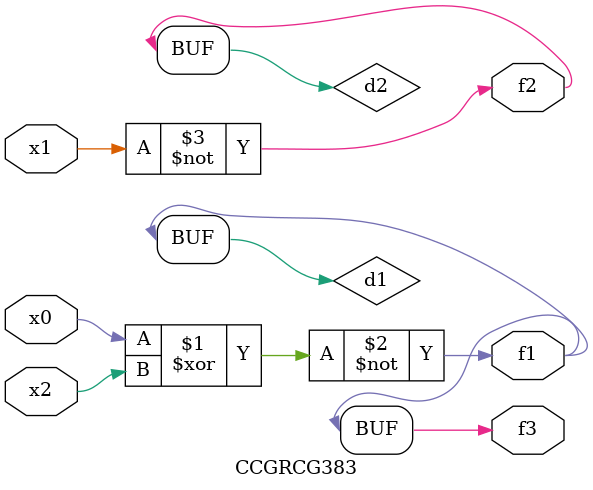
<source format=v>
module CCGRCG383(
	input x0, x1, x2,
	output f1, f2, f3
);

	wire d1, d2, d3;

	xnor (d1, x0, x2);
	nand (d2, x1);
	nor (d3, x1, x2);
	assign f1 = d1;
	assign f2 = d2;
	assign f3 = d1;
endmodule

</source>
